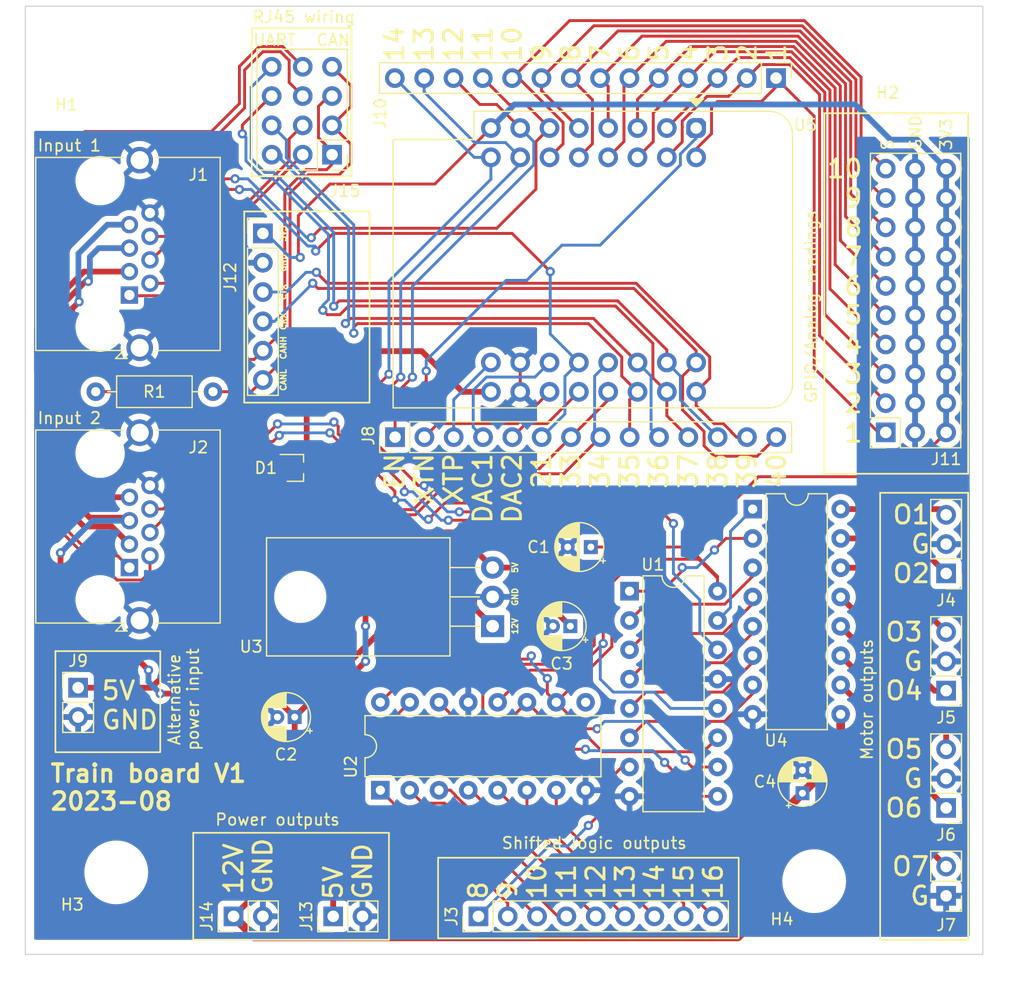
<source format=kicad_pcb>
(kicad_pcb (version 20211014) (generator pcbnew)
  (layers (0 "F.Cu" signal) (31 "B.Cu" signal) (34 "B.Paste" user) (35 "F.Paste" user) (36 "B.SilkS" user "B.Silkscreen") (37 "F.SilkS" user "F.Silkscreen") (38 "B.Mask" user) (39 "F.Mask" user) (44 "Edge.Cuts" user))
  (net 0 "")
  (net 1 "+3V3")
  (net 2 "GND")
  (net 3 "+5V")
  (net 4 "Net-(D1-Pad3)")
  (net 5 "/RJ1_SERIAL_TX")
  (net 6 "/RJ1_SERIAL_RX")
  (net 7 "/RJ1_RAIL_L")
  (net 8 "/RJ1_RAIL_R")
  (net 9 "+12V")
  (net 10 "/RJ1_D1")
  (net 11 "/RJ1_D2")
  (net 12 "/RJ2_SERIAL_TX")
  (net 13 "/RJ2_SERIAL_RX")
  (net 14 "/RJ2_D1")
  (net 15 "/RJ2_D2")
  (net 16 "Net-(J4-Pad1)")
  (net 17 "Net-(J4-Pad3)")
  (net 18 "Net-(J5-Pad1)")
  (net 19 "Net-(J5-Pad3)")
  (net 20 "Net-(J6-Pad1)")
  (net 21 "Net-(J6-Pad3)")
  (net 22 "Net-(J7-Pad2)")
  (net 23 "Net-(J10-Pad1)")
  (net 24 "Net-(J10-Pad2)")
  (net 25 "Net-(J10-Pad3)")
  (net 26 "Net-(J10-Pad4)")
  (net 27 "Net-(J10-Pad5)")
  (net 28 "Net-(J10-Pad6)")
  (net 29 "Net-(J10-Pad7)")
  (net 30 "Net-(J10-Pad8)")
  (net 31 "Net-(J10-Pad9)")
  (net 32 "Net-(J10-Pad10)")
  (net 33 "/CTX")
  (net 34 "/CRX")
  (net 35 "/CANH")
  (net 36 "/CANL")
  (net 37 "/U1RXD")
  (net 38 "/U1TXD")
  (net 39 "Net-(U1-Pad1)")
  (net 40 "Net-(U1-Pad2)")
  (net 41 "Net-(U1-Pad3)")
  (net 42 "Net-(U1-Pad4)")
  (net 43 "Net-(U1-Pad5)")
  (net 44 "Net-(U1-Pad6)")
  (net 45 "Net-(J3-Pad1)")
  (net 46 "Net-(U1-Pad9)")
  (net 47 "/SR_CLOCK_IN")
  (net 48 "/STORAGE_REG_CLOCK_IN")
  (net 49 "/SERIAL_DATA_INPUT")
  (net 50 "Net-(U1-Pad15)")
  (net 51 "Net-(J3-Pad3)")
  (net 52 "Net-(J3-Pad4)")
  (net 53 "Net-(J3-Pad5)")
  (net 54 "Net-(J3-Pad6)")
  (net 55 "Net-(J3-Pad7)")
  (net 56 "Net-(J3-Pad8)")
  (net 57 "Net-(J3-Pad9)")
  (net 59 "Net-(J3-Pad2)")
  (net 60 "Net-(J8-Pad1)")
  (net 61 "Net-(J8-Pad2)")
  (net 62 "Net-(J8-Pad3)")
  (net 63 "Net-(J8-Pad4)")
  (net 64 "Net-(J8-Pad5)")
  (net 65 "/U0RXD")
  (net 66 "/U0TXD")
  (net 67 "Net-(D1-Pad1)")
  (footprint "Connector_PinHeader_2.54mm:PinHeader_1x02_P2.54mm_Vertical" (layer "F.Cu") (at 127 91.44 180)
    (fp_text reference "J7")
    (fp_text value "Conn_01x02_Male")
  )
  (footprint "Connector_PinHeader_2.54mm:PinHeader_1x14_P2.54mm_Vertical" (layer "F.Cu") (at 112.268 20.574 -90)
    (fp_text reference "J10")
    (fp_text value "Conn_01x14_Male")
  )
  (footprint "Connector_RJ:RJ45_Amphenol_RJHSE5380" (layer "F.Cu") (at 56.259 62.996 90)
    (fp_text reference "J2")
    (fp_text value "RJ45_Shielded")
  )
  (footprint "Connector_PinHeader_2.54mm:PinHeader_1x03_P2.54mm_Vertical" (layer "F.Cu") (at 127 73.66 180)
    (fp_text reference "J5")
    (fp_text value "Conn_01x03_Male")
  )
  (footprint "Capacitor_THT:CP_Radial_D4.0mm_P1.50mm" (layer "F.Cu") (at 70.5726 75.946 180)
    (fp_text reference "C2")
    (fp_text value "0.33uF")
  )
  (footprint "Connector_RJ:RJ45_Amphenol_RJHSE5380" (layer "F.Cu") (at 56.259 39.374 90)
    (fp_text reference "J1")
    (fp_text value "RJ45_Shielded")
  )
  (footprint "Package_DIP:DIP-16_W7.62mm" (layer "F.Cu") (at 77.993 82.286 90)
    (fp_text reference "U2")
    (fp_text value "74HC595")
  )
  (footprint "Connector_PinHeader_2.54mm:PinHeader_1x02_P2.54mm_Vertical" (layer "F.Cu") (at 51.816 73.406)
    (fp_text reference "J9")
    (fp_text value "Conn_01x02_Male")
  )
  (footprint "MountingHole:MountingHole_4.5mm" (layer "F.Cu") (at 53.848 20.066)
    (fp_text reference "H1")
    (fp_text value "MountingHole")
  )
  (footprint "Connector_PinHeader_2.54mm:PinHeader_1x03_P2.54mm_Vertical" (layer "F.Cu") (at 127 63.5 180)
    (fp_text reference "J4")
    (fp_text value "Conn_01x03_Male")
  )
  (footprint "Package_TO_SOT_SMD:SOT-323_SC-70" (layer "F.Cu") (at 70.612 54.356)
    (fp_text reference "D1")
    (fp_text value "BAT54CW")
  )
  (footprint "Connector_PinHeader_2.54mm:PinHeader_1x09_P2.54mm_Vertical" (layer "F.Cu") (at 86.487 93.218 90)
    (fp_text reference "J3")
    (fp_text value "Conn_01x09_Male")
  )
  (footprint "Connector_PinHeader_2.54mm:PinHeader_1x02_P2.54mm_Vertical" (layer "F.Cu") (at 73.909 93.218 90)
    (fp_text reference "J13")
    (fp_text value "Conn_01x02_Male")
  )
  (footprint "Connector_PinHeader_2.54mm:PinHeader_1x03_P2.54mm_Vertical" (layer "F.Cu") (at 127 83.82 180)
    (fp_text reference "J6")
    (fp_text value "Conn_01x03_Male")
  )
  (footprint "NScaleESP32 Footprints:PinHeader_3x10_P2.54mm_Vertical" (layer "F.Cu") (at 121.77 29.845)
    (fp_text reference "J11")
    (fp_text value "Conn_01x10_Male")
  )
  (footprint "Capacitor_THT:CP_Radial_D4.0mm_P1.50mm" (layer "F.Cu") (at 94.4486 68.072 180)
    (fp_text reference "C3")
    (fp_text value "0.1uF")
  )
  (footprint "Resistor_THT:R_Axial_DIN0207_L6.3mm_D2.5mm_P10.16mm_Horizontal" (layer "F.Cu") (at 53.34 47.752)
    (fp_text reference "R1")
    (fp_text value "120 ohm")
  )
  (footprint "Connector_PinHeader_2.54mm:PinHeader_1x06_P2.54mm_Vertical" (layer "F.Cu") (at 67.818 34.036)
    (fp_text reference "J12")
    (fp_text value "Conn_01x06_Male")
  )
  (footprint "Connector_PinHeader_2.54mm:PinHeader_1x14_P2.54mm_Vertical" (layer "F.Cu") (at 79.268 51.689 90)
    (fp_text reference "J8")
    (fp_text value "Conn_01x14_Male")
  )
  (footprint "Capacitor_THT:CP_Radial_D4.0mm_P2.00mm" (layer "F.Cu") (at 96.2226 61.214 180)
    (fp_text reference "C1")
    (fp_text value "10-100uF")
  )
  (footprint "Package_TO_SOT_THT:TO-220-3_Horizontal_TabDown" (layer "F.Cu") (at 87.716 68.072 90)
    (fp_text reference "U3")
    (fp_text value "L7805")
  )
  (footprint "Connector_PinHeader_2.54mm:PinHeader_1x02_P2.54mm_Vertical" (layer "F.Cu") (at 65.278 93.218 90)
    (fp_text reference "J14")
    (fp_text value "Conn_01x02_Male")
  )
  (footprint "MountingHole:MountingHole_4.5mm" (layer "F.Cu") (at 124.968 19.558)
    (fp_text reference "H2")
    (fp_text value "MountingHole")
  )
  (footprint "Package_DIP:DIP-16_W7.62mm" (layer "F.Cu") (at 99.578 65.039)
    (fp_text reference "U1")
    (fp_text value "74HC595")
  )
  (footprint "Capacitor_THT:CP_Radial_D4.0mm_P2.00mm" (layer "F.Cu") (at 114.554 82.55 90)
    (fp_text reference "C4")
    (fp_text value "100uF")
  )
  (footprint "NScaleESP32 Footprints:WEMOS_S2_mini" (layer "F.Cu") (at 105.348 24.9015 -90)
    (fp_text reference "U5")
    (fp_text value "WeMos_S2_mini")
  )
  (footprint "NScaleESP32 Footprints:PinHeader_3x4_P2.54mm_Vertical" (layer "F.Cu") (at 73.81 27.2118 180)
    (fp_text reference "J15")
    (fp_text value "Conn_03x04_Male")
  )
  (footprint "Package_DIP:DIP-16_W7.62mm" (layer "F.Cu") (at 110.246 57.927)
    (fp_text reference "U4")
    (fp_text value "ULN2003")
  )
  (footprint "MountingHole:MountingHole_4.5mm" (layer "F.Cu") (at 55.118 89.408)
    (fp_text reference "H3")
    (fp_text value "MountingHole")
  )
  (footprint "MountingHole:MountingHole_4.5mm" (layer "F.Cu") (at 115.57 90.17)
    (fp_text reference "H4")
    (fp_text value "MountingHole")
  )
  (gr_rect (start 49.8475 78.994) (end 58.928 70.231) (layer "F.SilkS") (width 0.15) (fill none))
  (gr_rect (start 116.459 23.622) (end 128.905 54.864) (layer "F.SilkS") (width 0.15) (fill none))
  (gr_rect (start 66.2005 48.701) (end 77.0555 32.131) (layer "F.SilkS") (width 0.15) (fill none))
  (gr_rect (start 121.285 56.515) (end 128.905 95.25) (layer "F.SilkS") (width 0.15) (fill none))
  (gr_rect (start 75.4864 16.256) (end 66.8504 29.083) (layer "F.SilkS") (width 0.15) (fill none))
  (gr_rect (start 82.9945 95.123) (end 109.0295 88.138) (layer "F.SilkS") (width 0.15) (fill none))
  (gr_rect (start 61.7855 95.25) (end 78.74 85.979) (layer "F.SilkS") (width 0.15) (fill none))
  (gr_rect (start 47.244 14.351) (end 130.175 96.52) (layer "Edge.Cuts") (width 0.1) (fill none))
  (gr_text "10\n9\n8\n7\n6\n5\n4\n3\n2\n1" (at 119.888 39.878) (layer "F.SilkS") (effects (font (size 1.58 1.58) (thickness 0.25)) (justify right)))
  (gr_text "3V3" (at 69.596 34.036 90) (layer "F.SilkS") (effects (font (size 0.5 0.5) (thickness 0.125))))
  (gr_text "O5\nG\nO6" (at 125.095 81.28) (layer "F.SilkS") (effects (font (size 1.58 1.58) (thickness 0.25)) (justify right)))
  (gr_text "Input 1" (at 51.054 26.416) (layer "F.SilkS") (effects (font (size 1 1))))
  (gr_text "Shifted logic outputs" (at 96.52 86.868) (layer "F.SilkS") (effects (font (size 1 1))))
  (gr_text "CANL" (at 69.596 46.736 90) (layer "F.SilkS") (effects (font (size 0.5 0.5) (thickness 0.125))))
  (gr_text "5V" (at 89.662 62.992 90) (layer "F.SilkS") (effects (font (size 0.5 0.5) (thickness 0.125))))
  (gr_text "GND" (at 89.662 65.532 90) (layer "F.SilkS") (effects (font (size 0.5 0.5) (thickness 0.125))))
  (gr_text "Input 2" (at 51.054 50.038) (layer "F.SilkS") (effects (font (size 1 1))))
  (gr_text "CAN" (at 73.914 17.272) (layer "F.SilkS") (effects (font (size 1 1))))
  (gr_text "O3\nG\nO4" (at 125.095 71.12) (layer "F.SilkS") (effects (font (size 1.58 1.58) (thickness 0.25)) (justify right)))
  (gr_text "3V3" (at 127 26.924 90) (layer "F.SilkS") (effects (font (size 1 1)) (justify left)))
  (gr_text "5V\nGND" (at 75.179 91.888 90) (layer "F.SilkS") (effects (font (size 1.58 1.58) (thickness 0.25)) (justify left)))
  (gr_text "Power outputs" (at 69.088 84.836) (layer "F.SilkS") (effects (font (size 1 1))))
  (gr_text "Alternative\npower input" (at 60.96 74.422 90) (layer "F.SilkS") (effects (font (size 1 1))))
  (gr_text "UART" (at 68.834 17.272) (layer "F.SilkS") (effects (font (size 1 1))))
  (gr_text "8\n9\n10\n11\n12\n13\n14\n15\n16" (at 96.647 91.888 90) (layer "F.SilkS") (effects (font (size 1.58 1.58) (thickness 0.25)) (justify left)))
  (gr_text "CANH" (at 69.596 43.942 90) (layer "F.SilkS") (effects (font (size 0.5 0.5) (thickness 0.125))))
  (gr_text "GPIO/Analog readings" (at 115.316 40.386 90) (layer "F.SilkS") (effects (font (size 1 1))))
  (gr_text "O7\nG" (at 125.67 90.17) (layer "F.SilkS") (effects (font (size 1.58 1.58) (thickness 0.25)) (justify right)))
  (gr_text "CTX" (at 69.596 39.116 90) (layer "F.SilkS") (effects (font (size 0.5 0.5) (thickness 0.125))))
  (gr_text "12V" (at 89.662 68.072 90) (layer "F.SilkS") (effects (font (size 0.5 0.5) (thickness 0.125))))
  (gr_text "Motor outputs" (at 120.142 74.422 90) (layer "F.SilkS") (effects (font (size 1 1))))
  (gr_text "S" (at 121.92 26.924 90) (layer "F.SilkS") (effects (font (size 1 1)) (justify left)))
  (gr_text "14\n13\n12\n11\n10\n9\n8\n7\n6\n5\n4\n3\n2\n1" (at 95.768 19.304 90) (layer "F.SilkS") (effects (font (size 1.58 1.58) (thickness 0.25)) (justify left)))
  (gr_text "CRX" (at 69.596 41.656 90) (layer "F.SilkS") (effects (font (size 0.5 0.5) (thickness 0.125))))
  (gr_text "O1\nG\nO2" (at 125.73 60.96) (layer "F.SilkS") (effects (font (size 1.58 1.58) (thickness 0.25)) (justify right)))
  (gr_text "GND" (at 69.596 36.576 90) (layer "F.SilkS") (effects (font (size 0.5 0.5) (thickness 0.125))))
  (gr_text "RJ45 wiring" (at 71.374 15.2738) (layer "F.SilkS") (effects (font (size 1 1))))
  (gr_text "Train board V1\n2023-08" (at 49.276 82.042) (layer "F.SilkS") (effects (font (size 1.5 1.5) (thickness 0.3)) (justify left)))
  (gr_text "5V\nGND" (at 53.721 74.93) (layer "F.SilkS") (effects (font (size 1.58 1.58) (thickness 0.25)) (justify left)))
  (gr_text "EN\nXTN\nXTP\nDAC1\nDAC2\n21\n33\n34\n35\n36\n37\n38\n39\n40" (at 95.768 52.959 90) (layer "F.SilkS") (effects (font (size 1.58 1.58) (thickness 0.25)) (justify right)))
  (gr_text "12V\nGND" (at 66.548 91.44 90) (layer "F.SilkS") (effects (font (size 1.58 1.58) (thickness 0.25)) (justify left)))
  (gr_text "GND" (at 124.355 26.924 90) (layer "F.SilkS") (effects (font (size 1 1)) (justify left)))
  (segment (start 90.791077 70.92448) (end 81.73452 70.92448) (width 0.25) (layer "F.Cu") (net 1))
  (segment (start 70.892359 35.956419) (end 70.892359 32.485641) (width 0.25) (layer "F.Cu") (net 1))
  (segment (start 81.73452 70.92448) (end 77.993 74.666) (width 0.25) (layer "F.Cu") (net 1))
  (segment (start 105.557859 62.267489) (end 100.100489 62.267489) (width 0.25) (layer "F.Cu") (net 1))
  (segment (start 110.744 55.118) (end 123.1646 55.118) (width 0.25) (layer "F.Cu") (net 1))
  (segment (start 92.456 73.889) (end 93.233 74.666) (width 0.25) (layer "F.Cu") (net 1))
  (segment (start 107.198 63.764) (end 104.648 61.214) (width 0.25) (layer "F.Cu") (net 1))
  (segment (start 123.1646 55.118) (end 127 51.2826) (width 0.25) (layer "F.Cu") (net 1))
  (segment (start 104.991989 80.279) (end 104.394 79.681011) (width 0.25) (layer "F.Cu") (net 1))
  (segment (start 73.622511 29.755489) (end 82.714011 29.755489) (width 0.25) (layer "F.Cu") (net 1))
  (segment (start 107.198 65.039) (end 107.198 63.764) (width 0.25) (layer "F.Cu") (net 1))
  (segment (start 82.714011 29.755489) (end 87.568 24.9015) (width 0.25) (layer "F.Cu") (net 1))
  (segment (start 91.066057 70.6495) (end 90.791077 70.92448) (width 0.25) (layer "F.Cu") (net 1))
  (segment (start 70.892359 32.485641) (end 73.622511 29.755489) (width 0.25) (layer "F.Cu") (net 1))
  (segment (start 98.044 69.85) (end 93.233 74.661) (width 0.25) (layer "F.Cu") (net 1))
  (segment (start 100.100489 62.267489) (end 98.044 64.323978) (width 0.25) (layer "F.Cu") (net 1))
  (segment (start 71.050364 36.114424) (end 70.892359 35.956419) (width 0.25) (layer "F.Cu") (net 1))
  (segment (start 104.648 61.214) (end 96.2226 61.214) (width 0.25) (layer "F.Cu") (net 1))
  (segment (start 95.529 76.962) (end 93.233 74.666) (width 0.25) (layer "F.Cu") (net 1))
  (segment (start 98.044 64.323978) (end 98.044 69.85) (width 0.25) (layer "F.Cu") (net 1))
  (segment (start 92.456 72.6065) (end 92.456 73.889) (width 0.25) (layer "F.Cu") (net 1))
  (segment (start 107.198 80.279) (end 104.991989 80.279) (width 0.25) (layer "F.Cu") (net 1))
  (segment (start 93.233 74.661) (end 93.233 74.666) (width 0.25) (layer "F.Cu") (net 1))
  (segment (start 96.774 76.962) (end 95.529 76.962) (width 0.25) (layer "F.Cu") (net 1))
  (segment (start 107.198 63.90763) (end 105.557859 62.267489) (width 0.25) (layer "F.Cu") (net 1))
  (segment (start 104.648 61.214) (end 110.744 55.118) (width 0.25) (layer "F.Cu") (net 1))
  (via (at 71.050364 36.114424) (size 0.8) (drill 0.4) (layers "F.Cu" "B.Cu") (net 1))
  (via (at 91.066057 70.6495) (size 0.8) (drill 0.4) (layers "F.Cu" "B.Cu") (net 1))
  (via (at 104.394 79.681011) (size 0.8) (drill 0.4) (layers "F.Cu" "B.Cu") (net 1))
  (via (at 92.456 72.6065) (size 0.8) (drill 0.4) (layers "F.Cu" "B.Cu") (net 1))
  (via (at 96.774 76.962) (size 0.8) (drill 0.4) (layers "F.Cu" "B.Cu") (net 1))
  (segment (start 124.4854 25.908) (end 127 28.4226) (width 0.5) (layer "B.Cu") (net 1))
  (segment (start 68.098359 34.036) (end 67.818 34.036) (width 0.25) (layer "B.Cu") (net 1))
  (segment (start 101.0365 76.323511) (end 97.412489 76.323511) (width 0.25) (layer "B.Cu") (net 1))
  (segment (start 91.066057 71.216557) (end 91.066057 70.6495) (width 0.25) (layer "B.Cu") (net 1))
  (segment (start 97.412489 76.323511) (end 96.774 76.962) (width 0.25) (layer "B.Cu") (net 1))
  (segment (start 119.126 22.86) (end 122.174 25.908) (width 0.5) (layer "B.Cu") (net 1))
  (segment (start 92.456 72.6065) (end 91.066057 71.216557) (width 0.25) (layer "B.Cu") (net 1))
  (segment (start 104.394 79.681011) (end 101.0365 76.323511) (width 0.25) (layer "B.Cu") (net 1))
  (segment (start 71.050364 36.114424) (end 70.176783 36.114424) (width 0.25) (layer "B.Cu") (net 1))
  (segment (start 89.6095 22.86) (end 119.126 22.86) (width 0.5) (layer "B.Cu") (net 1))
  (segment (start 87.568 24.9015) (end 89.6095 22.86) (width 0.5) (layer "B.Cu") (net 1))
  (segment (start 70.176783 36.114424) (end 68.098359 34.036) (width 0.25) (layer "B.Cu") (net 1))
  (segment (start 122.174 25.908) (end 124.4854 25.908) (width 0.5) (layer "B.Cu") (net 1))
  (segment (start 127 28.4226) (end 127 51.2826) (width 0.5) (layer "B.Cu") (net 1))
  (segment (start 90.108 47.7615) (end 90.108 45.2215) (width 0.25) (layer "F.Cu") (net 2))
  (segment (start 89.3686 62.992) (end 94.4486 68.072) (width 0.5) (layer "F.Cu") (net 3))
  (segment (start 76.708 71.12) (end 73.909 73.919) (width 0.5) (layer "F.Cu") (net 3))
  (segment (start 87.716 62.992) (end 89.3686 62.992) (width 0.5) (layer "F.Cu") (net 3))
  (segment (start 69.612 55.006) (end 76.708 62.102) (width 0.5) (layer "F.Cu") (net 3))
  (segment (start 73.909 73.919) (end 73.909 93.218) (width 0.5) (layer "F.Cu") (net 3))
  (segment (start 76.708 68.072) (end 76.708 62.102) (width 0.5) (layer "F.Cu") (net 3))
  (segment (start 84.668 59.944) (end 87.716 62.992) (width 0.5) (layer "F.Cu") (net 3))
  (segment (start 74.55 59.944) (end 84.668 59.944) (width 0.5) (layer "F.Cu") (net 3))
  (via (at 76.708 68.072) (size 0.8) (drill 0.4) (layers "F.Cu" "B.Cu") (net 3))
  (via (at 76.708 71.12) (size 0.8) (drill 0.4) (layers "F.Cu" "B.Cu") (net 3))
  (segment (start 76.708 71.12) (end 76.708 68.072) (width 0.5) (layer "B.Cu") (net 3))
  (segment (start 85.0995 47.7615) (end 81.576356 44.238356) (width 0.5) (layer "F.Cu") (net 4))
  (segment (start 87.568 47.7615) (end 85.0995 47.7615) (width 0.5) (layer "F.Cu") (net 4))
  (segment (start 71.612 54.356) (end 71.612 47.006) (width 0.5) (layer "F.Cu") (net 4))
  (segment (start 81.576356 44.238356) (end 74.379644 44.238356) (width 0.5) (layer "F.Cu") (net 4))
  (segment (start 71.612 47.006) (end 74.379644 44.238356) (width 0.5) (layer "F.Cu") (net 4))
  (segment (start 56.259 39.374) (end 56.317511 39.432511) (width 0.25) (layer "F.Cu") (net 5))
  (segment (start 56.317511 39.432511) (end 59.049289 39.432511) (width 0.25) (layer "F.Cu") (net 5))
  (segment (start 59.049289 39.432511) (end 71.27 27.2118) (width 0.25) (layer "F.Cu") (net 5))
  (segment (start 59.488082 38.358) (end 70.121636 27.724446) (width 0.25) (layer "F.Cu") (net 6))
  (segment (start 70.095489 25.846311) (end 71.27 24.6718) (width 0.25) (layer "F.Cu") (net 6))
  (segment (start 70.121636 27.724446) (end 70.095489 27.698299) (width 0.25) (layer "F.Cu") (net 6))
  (segment (start 70.095489 27.698299) (end 70.095489 25.846311) (width 0.25) (layer "F.Cu") (net 6))
  (segment (start 58.039 38.358) (end 59.488082 38.358) (width 0.25) (layer "F.Cu") (net 6))
  (segment (start 52.32 37.342) (end 56.259 37.342) (width 0.5) (layer "F.Cu") (net 7))
  (segment (start 49.908961 57.020961) (end 49.908961 39.753039) (width 0.5) (layer "F.Cu") (net 7))
  (segment (start 52.324 59.436) (end 49.908961 57.020961) (width 0.5) (layer "F.Cu") (net 7))
  (segment (start 56.259 60.964) (end 54.731 59.436) (width 0.5) (layer "F.Cu") (net 7))
  (segment (start 54.731 59.436) (end 52.324 59.436) (width 0.5) (layer "F.Cu") (net 7))
  (segment (start 49.908961 39.753039) (end 52.32 37.342) (width 0.5) (layer "F.Cu") (net 7))
  (segment (start 56.259 56.9) (end 52.328 56.9) (width 0.5) (layer "F.Cu") (net 8))
  (segment (start 51.308 40.544646) (end 51.895323 39.957323) (width 0.5) (layer "F.Cu") (net 8))
  (segment (start 52.328 56.9) (end 51.308 55.88) (width 0.5) (layer "F.Cu") (net 8))
  (segment (start 51.308 55.88) (end 51.308 40.544646) (width 0.5) (layer "F.Cu") (net 8))
  (via (at 51.895323 39.957323) (size 0.8) (drill 0.4) (layers "F.Cu" "B.Cu") (net 8))
  (segment (start 51.842124 35.787876) (end 54.352 33.278) (width 0.5) (layer "B.Cu") (net 8))
  (segment (start 51.895323 39.957323) (end 51.842124 39.904124) (width 0.5) (layer "B.Cu") (net 8))
  (segment (start 51.842124 39.904124) (end 51.842124 35.787876) (width 0.5) (layer "B.Cu") (net 8))
  (segment (start 54.352 33.278) (end 56.259 33.278) (width 0.5) (layer "B.Cu") (net 8))
  (segment (start 117.866 79.238) (end 117.866 75.707) (width 0.75) (layer "F.Cu") (net 9))
  (segment (start 114.554 82.55) (end 117.866 79.238) (width 0.75) (layer "F.Cu") (net 9))
  (segment (start 110.236 86.868) (end 110.236 93.726) (width 0.75) (layer "F.Cu") (net 9))
  (segment (start 56.259 58.932) (end 56.001 58.674) (width 0.5) (layer "F.Cu") (net 9))
  (segment (start 56.001 58.674) (end 52.832 58.674) (width 0.5) (layer "F.Cu") (net 9))
  (segment (start 108.966 94.996) (end 67.056 94.996) (width 0.75) (layer "F.Cu") (net 9))
  (segment (start 70.5726 75.946) (end 77.978 68.5406) (width 0.5) (layer "F.Cu") (net 9))
  (segment (start 50.292 67.31) (end 50.292 61.722) (width 0.5) (layer "F.Cu") (net 9))
  (segment (start 70.5726 75.946) (end 70.5726 87.9234) (width 0.5) (layer "F.Cu") (net 9))
  (segment (start 77.978 64.313413) (end 79.929236 62.362177) (width 0.5) (layer "F.Cu") (net 9))
  (segment (start 79.929236 62.362177) (end 82.682192 62.362177) (width 0.5) (layer "F.Cu") (net 9))
  (segment (start 52.832 58.674) (end 50.60848 56.45048) (width 0.5) (layer "F.Cu") (net 9))
  (segment (start 53.594 70.612) (end 50.292 67.31) (width 0.5) (layer "F.Cu") (net 9))
  (segment (start 110.236 93.726) (end 108.966 94.996) (width 0.75) (layer "F.Cu") (net 9))
  (segment (start 86.106 65.785985) (end 86.106 66.462) (width 0.5) (layer "F.Cu") (net 9))
  (segment (start 50.60848 56.45048) (end 50.60848 40.04279) (width 0.5) (layer "F.Cu") (net 9))
  (segment (start 70.5726 87.9234) (end 65.278 93.218) (width 0.5) (layer "F.Cu") (net 9))
  (segment (start 52.45977 38.1915) (end 52.691635 38.1915) (width 0.5) (layer "F.Cu") (net 9))
  (segment (start 58.928 73.914) (end 68.5406 73.914) (width 0.5) (layer "F.Cu") (net 9))
  (segment (start 114.554 82.55) (end 110.236 86.868) (width 0.75) (layer "F.Cu") (net 9))
  (segment (start 50.60848 40.04279) (end 52.45977 38.1915) (width 0.5) (layer "F.Cu") (net 9))
  (segment (start 77.978 68.5406) (end 77.978 64.313413) (width 0.5) (layer "F.Cu") (net 9))
  (segment (start 86.106 66.462) (end 87.716 68.072) (width 0.5) (layer "F.Cu") (net 9))
  (segment (start 67.056 94.996) (end 65.278 93.218) (width 0.75) (layer "F.Cu") (net 9))
  (segment (start 68.5406 73.914) (end 70.5726 75.946) (width 0.5) (layer "F.Cu") (net 9))
  (segment (start 56.642 70.612) (end 53.594 70.612) (width 0.5) (layer "F.Cu") (net 9))
  (segment (start 82.682192 62.362177) (end 86.106 65.785985) (width 0.5) (layer "F.Cu") (net 9))
  (segment (start 57.912 71.882) (end 56.642 70.612) (width 0.5) (layer "F.Cu") (net 9))
  (via (at 52.691635 38.1915) (size 0.8) (drill 0.4) (layers "F.Cu" "B.Cu") (net 9))
  (via (at 58.928 73.914) (size 0.8) (drill 0.4) (layers "F.Cu" "B.Cu") (net 9))
  (via (at 50.292 61.722) (size 0.8) (drill 0.4) (layers "F.Cu" "B.Cu") (net 9))
  (via (at 57.912 71.882) (size 0.8) (drill 0.4) (layers "F.Cu" "B.Cu") (net 9))
  (segment (start 53.59 35.31) (end 56.259 35.31) (width 0.5) (layer "B.Cu") (net 9))
  (segment (start 57.912 71.882) (end 57.912 72.898) (width 0.5) (layer "B.Cu") (net 9))
  (segment (start 57.912 72.898) (end 58.928 73.914) (width 0.5) (layer "B.Cu") (net 9))
  (segment (start 52.832 36.068) (end 53.59 35.31) (width 0.5) (layer "B.Cu") (net 9))
  (segment (start 53.082 58.932) (end 50.292 61.722) (width 0.5) (layer "B.Cu") (net 9))
  (segment (start 52.691635 38.1915) (end 52.832 38.051135) (width 0.5) (layer "B.Cu") (net 9))
  (segment (start 56.259 58.932) (end 53.082 58.932) (width 0.5) (layer "B.Cu") (net 9))
  (segment (start 52.832 38.051135) (end 52.832 36.068) (width 0.5) (layer "B.Cu") (net 9))
  (segment (start 59.558282 34.294) (end 58.039 34.294) (width 0.25) (layer "F.Cu") (net 10))
  (segment (start 92.648 24.9015) (end 91.473489 26.076011) (width 0.25) (layer "F.Cu") (net 10))
  (segment (start 64.549701 29.302581) (end 59.558282 34.294) (width 0.25) (layer "F.Cu") (net 10))
  (segment (start 91.473489 26.076011) (end 91.473489 30.192511) (width 0.25) (layer "F.Cu") (net 10))
  (segment (start 92.648 24.9015) (end 90.6065 22.86) (width 0.25) (layer "F.Cu") (net 10))
  (segment (start 90.6065 22.86) (end 89.154 22.86) (width 0.25) (layer "F.Cu") (net 10))
  (segment (start 72.830922 33.58648) (end 72.009 34.408402) (width 0.25) (layer "F.Cu") (net 10))
  (segment (start 89.154 22.86) (end 86.868 20.574) (width 0.25) (layer "F.Cu") (net 10))
  (segment (start 91.473489 30.192511) (end 88.07952 33.58648) (width 0.25) (layer "F.Cu") (net 10))
  (segment (start 65.403506 29.302581) (end 64.549701 29.302581) (width 0.25) (layer "F.Cu") (net 10))
  (segment (start 88.07952 33.58648) (end 72.830922 33.58648) (width 0.25) (layer "F.Cu") (net 10))
  (via (at 72.009 34.408402) (size 0.8) (drill 0.4) (layers "F.Cu" "B.Cu") (net 10))
  (via (at 65.403506 29.302581) (size 0.8) (drill 0.4) (layers "F.Cu" "B.Cu") (net 10))
  (segment (start 66.514299 29.302581) (end 65.403506 29.302581) (width 0.25) (layer "B.Cu") (net 10))
  (segment (start 71.62012 34.408402) (end 66.514299 29.302581) (width 0.25) (layer "B.Cu") (net 10))
  (segment (start 72.009 34.408402) (end 71.62012 34.408402) (width 0.25) (layer "B.Cu") (net 10))
  (segment (start 72.39 35.56) (end 73.914 34.036) (width 0.25) (layer "F.Cu") (net 11))
  (segment (start 89.408 34.036) (end 92.71 37.338) (width 0.25) (layer "F.Cu") (net 11))
  (segment (start 64.262 30.226) (end 58.162 36.326) (width 0.25) (layer "F.Cu") (net 11))
  (segment (start 58.162 36.326) (end 58.039 36.326) (width 0.25) (layer "F.Cu") (net 11))
  (segment (start 73.914 34.036) (end 89.408 34.036) (width 0.25) (layer "F.Cu") (net 11))
  (segment (start 65.786 30.226) (end 64.262 30.226) (width 0.25) (layer "F.Cu") (net 11))
  (via (at 65.786 30.226) (size 0.8) (drill 0.4) (layers "F.Cu" "B.Cu") (net 11))
  (via (at 92.71 37.338) (size 0.8) (drill 0.4) (layers "F.Cu" "B.Cu") (net 11))
  (via (at 72.39 35.56) (size 0.8) (drill 0.4) (layers "F.Cu" "B.Cu") (net 11))
  (segment (start 72.309103 35.132913) (end 71.708913 35.132913) (width 0.25) (layer "B.Cu") (net 11))
  (segment (start 91.968 51.689) (end 93.98 49.677) (width 0.25) (layer "B.Cu") (net 11))
  (segment (start 66.802 30.226) (end 65.786 30.226) (width 0.25) (layer "B.Cu") (net 11))
  (segment (start 95.188 45.2215) (end 92.71 42.7435) (width 0.25) (layer "B.Cu") (net 11))
  (segment (start 93.98 46.4295) (end 95.188 45.2215) (width 0.25) (layer "B.Cu") (net 11))
  (segment (start 93.98 49.677) (end 93.98 46.4295) (width 0.25) (layer "B.Cu") (net 11))
  (segment (start 72.39 35.21381) (end 72.309103 35.132913) (width 0.25) (layer "B.Cu") (net 11))
  (segment (start 92.71 42.7435) (end 92.71 37.338) (width 0.25) (layer "B.Cu") (net 11))
  (segment (start 72.39 35.56) (end 72.39 35.21381) (width 0.25) (layer "B.Cu") (net 11))
  (segment (start 71.708913 35.132913) (end 66.802 30.226) (width 0.25) (layer "B.Cu") (net 11))
  (segment (start 53.076679 61.976) (end 55.239 61.976) (width 0.25) (layer "F.Cu") (net 12))
  (segment (start 71.27 22.1318) (end 70.095489 20.957289) (width 0.25) (layer "F.Cu") (net 12))
  (segment (start 63.745386 25.654) (end 52.578 25.654) (width 0.25) (layer "F.Cu") (net 12))
  (segment (start 49.022 57.921321) (end 53.076679 61.976) (width 0.25) (layer "F.Cu") (net 12))
  (segment (start 52.578 25.654) (end 49.022 29.21) (width 0.25) (layer "F.Cu") (net 12))
  (segment (start 66.23552 19.87048) (end 66.23552 23.163866) (width 0.25) (layer "F.Cu") (net 12))
  (segment (start 67.818 18.288) (end 66.23552 19.87048) (width 0.25) (layer "F.Cu") (net 12))
  (segment (start 70.095489 20.957289) (end 70.095489 19.041489) (width 0.25) (layer "F.Cu") (net 12))
  (segment (start 69.342 18.288) (end 67.818 18.288) (width 0.25) (layer "F.Cu") (net 12))
  (segment (start 66.23552 23.163866) (end 63.745386 25.654) (width 0.25) (layer "F.Cu") (net 12))
  (segment (start 70.095489 19.041489) (end 69.342 18.288) (width 0.25) (layer "F.Cu") (net 12))
  (segment (start 55.239 61.976) (end 56.259 62.996) (width 0.25) (layer "F.Cu") (net 12))
  (segment (start 49.022 29.21) (end 49.022 57.921321) (width 0.25) (layer "F.Cu") (net 12))
  (segment (start 48.57248 29.023803) (end 48.57248 58.107519) (width 0.25) (layer "F.Cu") (net 13))
  (segment (start 55.184489 64.070511) (end 57.333511 64.070511) (width 0.25) (layer "F.Cu") (net 13))
  (segment (start 71.27 19.5918) (end 71.27 19.580283) (width 0.25) (layer "F.Cu") (net 13))
  (segment (start 65.786 19.558) (end 65.786 22.781643) (width 0.25) (layer "F.Cu") (net 13))
  (segment (start 71.27 19.580283) (end 69.528197 17.83848) (width 0.25) (layer "F.Cu") (net 13))
  (segment (start 69.528197 17.83848) (end 67.50552 17.83848) (width 0.25) (layer "F.Cu") (net 13))
  (segment (start 48.57248 58.107519) (end 53.124094 62.659134) (width 0.25) (layer "F.Cu") (net 13))
  (segment (start 58.039 63.365022) (end 58.039 61.98) (width 0.25) (layer "F.Cu") (net 13))
  (segment (start 52.391802 25.20448) (end 48.57248 29.023803) (width 0.25) (layer "F.Cu") (net 13))
  (segment (start 67.50552 17.83848) (end 65.786 19.558) (width 0.25) (layer "F.Cu") (net 13))
  (segment (start 65.786 22.781643) (end 63.363163 25.20448) (width 0.25) (layer "F.Cu") (net 13))
  (segment (start 53.124094 62.659134) (end 53.773112 62.659134) (width 0.25) (layer "F.Cu") (net 13))
  (segment (start 53.773112 62.659134) (end 55.184489 64.070511) (width 0.25) (layer "F.Cu") (net 13))
  (segment (start 57.333511 64.070511) (end 58.039 63.365022) (width 0.25) (layer "F.Cu") (net 13))
  (segment (start 63.363163 25.20448) (end 52.391802 25.20448) (width 0.25) (layer "F.Cu") (net 13))
  (segment (start 58.039 57.916) (end 59.178 57.916) (width 0.25) (layer "F.Cu") (net 14))
  (segment (start 75.37952 54.55152) (end 78.79848 57.97048) (width 0.25) (layer "F.Cu") (net 14))
  (segment (start 73.974532 50.384946) (end 74.3474 50.757814) (width 0.25) (layer "F.Cu") (net 14))
  (segment (start 84.395802 54.41448) (end 91.78252 54.41448) (width 0.25) (layer "F.Cu") (net 14))
  (segment (start 68.072 51.562) (end 69.088 50.546) (width 0.25) (layer "F.Cu") (net 14))
  (segment (start 65.532 51.562) (end 68.072 51.562) (width 0.25) (layer "F.Cu") (net 14))
  (segment (start 97.728 48.469) (end 97.728 47.7615) (width 0.25) (layer "F.Cu") (net 14))
  (segment (start 78.79848 57.97048) (end 80.839802 57.97048) (width 0.25) (layer "F.Cu") (net 14))
  (segment (start 94.508 51.689) (end 97.728 48.469) (width 0.25) (layer "F.Cu") (net 14))
  (segment (start 91.78252 54.41448) (end 94.508 51.689) (width 0.25) (layer "F.Cu") (net 14))
  (segment (start 75.37952 52.441462) (end 75.37952 54.55152) (width 0.25) (layer "F.Cu") (net 14))
  (segment (start 74.3474 50.757814) (end 74.3474 51.409341) (width 0.25) (layer "F.Cu") (net 14))
  (segment (start 74.3474 51.409341) (end 75.37952 52.441462) (width 0.25) (layer "F.Cu") (net 14))
  (segment (start 59.178 57.916) (end 65.532 51.562) (width 0.25) (layer "F.Cu") (net 14))
  (segment (start 80.839802 57.97048) (end 84.395802 54.41448) (width 0.25) (layer "F.Cu") (net 14))
  (via (at 69.088 50.546) (size 0.8) (drill 0.4) (layers "F.Cu" "B.Cu") (net 14))
  (via (at 73.974532 50.384946) (size 0.8) (drill 0.4) (layers "F.Cu" "B.Cu") (net 14))
  (segment (start 73.974532 50.384946) (end 73.813478 50.546) (width 0.25) (layer "B.Cu") (net 14))
  (segment (start 73.813478 50.546) (end 69.088 50.546) (width 0.25) (layer "B.Cu") (net 14))
  (segment (start 73.622889 51.320548) (end 74.93 52.627659) (width 0.25) (layer "F.Cu") (net 15))
  (segment (start 74.93 54.746331) (end 78.603669 58.42) (width 0.25) (layer "F.Cu") (net 15))
  (segment (start 84.582 54.864) (end 93.873 54.864) (width 0.25) (layer "F.Cu") (net 15))
  (segment (start 78.603669 58.42) (end 81.026 58.42) (width 0.25) (layer "F.Cu") (net 15))
  (segment (start 81.026 58.42) (end 84.582 54.864) (width 0.25) (layer "F.Cu") (net 15))
  (segment (start 74.93 52.627659) (end 74.93 54.746331) (width 0.25) (layer "F.Cu") (net 15))
  (segment (start 93.873 54.864) (end 97.048 51.689) (width 0.25) (layer "F.Cu") (net 15))
  (segment (start 58.039 59.948) (end 65.917 52.07) (width 0.25) (layer "F.Cu") (net 15))
  (segment (start 68.698225 52.07) (end 69.233347 51.534878) (width 0.25) (layer "F.Cu") (net 15))
  (segment (start 65.917 52.07) (end 68.698225 52.07) (width 0.25) (layer "F.Cu") (net 15))
  (via (at 73.622889 51.320548) (size 0.8) (drill 0.4) (layers "F.Cu" "B.Cu") (net 15))
  (via (at 69.233347 51.534878) (size 0.8) (drill 0.4) (layers "F.Cu" "B.Cu") (net 15))
  (segment (start 96.553489 46.396011) (end 97.728 45.2215) (width 0.25) (layer "B.Cu") (net 15))
  (segment (start 96.553489 51.194489) (end 96.553489 46.396011) (width 0.25) (layer "B.Cu") (net 15))
  (segment (start 97.048 51.689) (end 96.553489 51.194489) (width 0.25) (layer "B.Cu") (net 15))
  (segment (start 69.447677 51.320548) (end 73.622889 51.320548) (width 0.25) (layer "B.Cu") (net 15))
  (segment (start 69.233347 51.534878) (end 69.447677 51.320548) (width 0.25) (layer "B.Cu") (net 15))
  (segment (start 123.967 60.467) (end 127 63.5) (width 0.5) (layer "F.Cu") (net 16))
  (segment (start 117.866 60.467) (end 123.967 60.467) (width 0.5) (layer "F.Cu") (net 16))
  (segment (start 126.507 57.927) (end 127 58.42) (width 0.5) (layer "F.Cu") (net 17))
  (segment (start 117.866 57.927) (end 126.507 57.927) (width 0.5) (layer "F.Cu") (net 17))
  (segment (start 117.866 65.547) (end 125.979 73.66) (width 0.5) (layer "F.Cu") (net 18))
  (segment (start 125.979 73.66) (end 127 73.66) (width 0.5) (layer "F.Cu") (net 18))
  (segment (start 121.427 63.007) (end 127 68.58) (width 0.5) (layer "F.Cu") (net 19))
  (segment (start 117.866 63.007) (end 121.427 63.007) (width 0.5) (layer "F.Cu") (net 19))
  (segment (start 124.206 76.967) (end 117.866 70.627) (width 0.5) (layer "F.Cu") (net 20))
  (segment (start 127 83.82) (end 124.206 81.026) (width 0.5) (layer "F.Cu") (net 20))
  (segment (start 124.206 81.026) (end 124.206 76.967) (width 0.5) (layer "F.Cu") (net 20))
  (segment (start 117.866 68.087) (end 127 77.221) (width 0.5) (layer "F.Cu") (net 21))
  (segment (start 127 77.221) (end 127 78.74) (width 0.5) (layer "F.Cu") (net 21))
  (segment (start 127 88.9) (end 122.174 84.074) (width 0.5) (layer "F.Cu") (net 22))
  (segment (start 122.174 77.475) (end 117.866 73.167) (width 0.5) (layer "F.Cu") (net 22))
  (segment (start 122.174 84.074) (end 122.174 77.475) (width 0.5) (layer "F.Cu") (net 22))
  (segment (start 105.348 26.72044) (end 106.68 25.38844) (width 0.25) (layer "F.Cu") (net 23))
  (segment (start 121.1326 51.2826) (end 115.57 45.72) (width 0.25) (layer "F.Cu") (net 23))
  (segment (start 115.57 23.876) (end 112.268 20.574) (width 0.25) (layer "F.Cu") (net 23))
  (segment (start 105.348 27.4415) (end 105.348 26.72044) (width 0.25) (layer "F.Cu") (net 23))
  (segment (start 121.77 51.2826) (end 121.1326 51.2826) (width 0.25) (layer "F.Cu") (net 23))
  (segment (start 110.998 22.606) (end 112.268 21.336) (width 0.25) (layer "F.Cu") (net 23))
  (segment (start 106.68 23.114) (end 107.188 22.606) (width 0.25) (layer "F.Cu") (net 23))
  (segment (start 107.188 22.606) (end 110.998 22.606) (width 0.25) (layer "F.Cu") (net 23))
  (segment (start 115.57 45.72) (end 115.57 23.876) (width 0.25) (layer "F.Cu") (net 23))
  (segment (start 112.268 21.336) (end 112.268 20.574) (width 0.25) (layer "F.Cu") (net 23))
  (segment (start 106.68 25.38844) (end 106.68 23.114) (width 0.25) (layer "F.Cu") (net 23))
  (segment (start 121.77 48.7426) (end 121.77 48.618) (width 0.25) (layer "F.Cu") (net 24))
  (segment (start 104.14 24.299102) (end 104.14 26.1095) (width 0.25) (layer "F.Cu") (net 24))
  (segment (start 116.03784 42.88584) (end 116.03784 21.994818) (width 0.25) (layer "F.Cu") (net 24))
  (segment (start 106.282622 22.15648) (end 104.14 24.299102) (width 0.25) (layer "F.Cu") (net 24))
  (segment (start 109.728 20.574) (end 108.14552 22.15648) (width 0.25) (layer "F.Cu") (net 24))
  (segment (start 108.14552 22.15648) (end 106.282622 22.15648) (width 0.25) (layer "F.Cu") (net 24))
  (segment (start 116.03784 21.994818) (end 113.442511 19.399489) (width 0.25) (layer "F.Cu") (net 24))
  (segment (start 113.442511 19.399489) (end 110.902511 19.399489) (width 0.25) (layer "F.Cu") (net 24))
  (segment (start 104.14 26.1095) (end 102.808 27.4415) (width 0.25) (layer "F.Cu") (net 24))
  (segment (start 110.902511 19.399489) (end 109.728 20.574) (width 0.25) (layer "F.Cu") (net 24))
  (segment (start 121.77 48.618) (end 116.03784 42.88584) (width 0.25) (layer "F.Cu") (net 24))
  (segment (start 113.474739 18.796) (end 108.966 18.796) (width 0.25) (layer "F.Cu") (net 25))
  (segment (start 108.966 18.796) (end 107.188 20.574) (width 0.25) (layer "F.Cu") (net 25))
  (segment (start 107.1355 20.574) (end 107.188 20.574) (width 0.25) (layer "F.Cu") (net 25))
  (segment (start 121.77 46.2026) (end 121.6406 46.2026) (width 0.25) (layer "F.Cu") (net 25))
  (segment (start 116.48736 21.808621) (end 113.474739 18.796) (width 0.25) (layer "F.Cu") (net 25))
  (segment (start 116.48736 41.04936) (end 116.48736 21.808621) (width 0.25) (layer "F.Cu") (net 25))
  (segment (start 102.808 24.9015) (end 107.1355 20.574) (width 0.25) (layer "F.Cu") (net 25))
  (segment (start 121.6406 46.2026) (end 116.48736 41.04936) (width 0.25) (layer "F.Cu") (net 25))
  (segment (start 101.633489 23.588511) (end 104.648 20.574) (width 0.25) (layer "F.Cu") (net 26))
  (segment (start 100.268 27.4415) (end 101.633489 26.076011) (width 0.25) (layer "F.Cu") (net 26))
  (segment (start 121.77 43.6626) (end 116.93688 38.82948) (width 0.25) (layer "F.Cu") (net 26))
  (segment (start 101.633489 26.076011) (end 101.633489 23.588511) (width 0.25) (layer "F.Cu") (net 26))
  (segment (start 113.602456 18.288) (end 106.934 18.288) (width 0.25) (layer "F.Cu") (net 26))
  (segment (start 106.934 18.288) (end 104.648 20.574) (width 0.25) (layer "F.Cu") (net 26))
  (segment (start 116.93688 38.82948) (end 116.93688 21.622424) (width 0.25) (layer "F.Cu") (net 26))
  (segment (start 116.93688 21.622424) (end 113.602456 18.288) (width 0.25) (layer "F.Cu") (net 26))
  (segment (start 100.268 24.9015) (end 100.268 22.414) (width 0.25) (layer "F.Cu") (net 27))
  (segment (start 104.84352 17.83848) (end 102.108 20.574) (width 0.25) (layer "F.Cu") (net 27))
  (segment (start 117.3864 21.436227) (end 113.788653 17.83848) (width 0.25) (layer "F.Cu") (net 27))
  (segment (start 100.268 22.414) (end 102.108 20.574) (width 0.25) (layer "F.Cu") (net 27))
  (segment (start 121.77 41.1226) (end 117.3864 36.739) (width 0.25) (layer "F.Cu") (net 27))
  (segment (start 113.788653 17.83848) (end 104.84352 17.83848) (width 0.25) (layer "F.Cu") (net 27))
  (segment (start 117.3864 36.739) (end 117.3864 21.436227) (width 0.25) (layer "F.Cu") (net 27))
  (segment (start 117.856 34.544) (end 117.83592 34.52392) (width 0.25) (layer "F.Cu") (net 28))
  (segment (start 102.75304 17.38896) (end 99.568 20.574) (width 0.25) (layer "F.Cu") (net 28))
  (segment (start 113.974851 17.38896) (end 102.75304 17.38896) (width 0.25) (layer "F.Cu") (net 28))
  (segment (start 117.83592 21.250029) (end 113.974851 17.38896) (width 0.25) (layer "F.Cu") (net 28))
  (segment (start 97.728 27.4415) (end 99.093489 26.076011) (width 0.25) (layer "F.Cu") (net 28))
  (segment (start 117.856 34.6686) (end 117.856 34.544) (width 0.25) (layer "F.Cu") (net 28))
  (segment (start 121.77 38.5826) (end 117.856 34.6686) (width 0.25) (layer "F.Cu") (net 28))
  (segment (start 99.093489 21.048511) (end 99.568 20.574) (width 0.25) (layer "F.Cu") (net 28))
  (segment (start 99.093489 26.076011) (end 99.093489 21.048511) (width 0.25) (layer "F.Cu") (net 28))
  (segment (start 117.83592 34.52392) (end 117.83592 21.250029) (width 0.25) (layer "F.Cu") (net 28))
  (segment (start 100.66256 16.93944) (end 97.028 20.574) (width 0.25) (layer "F.Cu") (net 29))
  (segment (start 118.28544 21.063831) (end 114.161049 16.93944) (width 0.25) (layer "F.Cu") (net 29))
  (segment (start 114.161049 16.93944) (end 100.66256 16.93944) (width 0.25) (layer "F.Cu") (net 29))
  (segment (start 97.728 24.9015) (end 97.728 21.274) (width 0.25) (layer "F.Cu") (net 29))
  (segment (start 118.28544 32.55804) (end 118.28544 21.063831) (width 0.25) (layer "F.Cu") (net 29))
  (segment (start 97.728 21.274) (end 97.028 20.574) (width 0.25) (layer "F.Cu") (net 29))
  (segment (start 121.77 36.0426) (end 118.28544 32.55804) (width 0.25) (layer "F.Cu") (net 29))
  (segment (start 114.347246 16.48992) (end 98.57208 16.48992) (width 0.25) (layer "F.Cu") (net 30))
  (segment (start 118.73496 30.59696) (end 118.73496 20.877634) (width 0.25) (layer "F.Cu") (net 30))
  (segment (start 95.188 27.4415) (end 96.362511 26.266989) (width 0.25) (layer "F.Cu") (net 30))
  (segment (start 121.77 33.5026) (end 121.6406 33.5026) (width 0.25) (layer "F.Cu") (net 30))
  (segment (start 121.6406 33.5026) (end 118.73496 30.59696) (width 0.25) (layer "F.Cu") (net 30))
  (segment (start 98.57208 16.48992) (end 94.488 20.574) (width 0.25) (layer "F.Cu") (net 30))
  (segment (start 96.362511 22.448511) (end 94.488 20.574) (width 0.25) (layer "F.Cu") (net 30))
  (segment (start 118.73496 20.877634) (end 114.347246 16.48992) (width 0.25) (layer "F.Cu") (net 30))
  (segment (start 96.362511 26.266989) (end 96.362511 22.448511) (width 0.25) (layer "F.Cu") (net 30))
  (segment (start 119.18448 28.50648) (end 119.18448 20.691437) (width 0.25) (layer "F.Cu") (net 31))
  (segment (start 114.533443 16.0404) (end 96.4816 16.0404) (width 0.25) (layer "F.Cu") (net 31))
  (segment (start 91.948 21.6615) (end 91.948 20.574) (width 0.25) (layer "F.Cu") (net 31))
  (segment (start 119.18448 20.691437) (end 114.533443 16.0404) (width 0.25) (layer "F.Cu") (net 31))
  (segment (start 121.77 30.9626) (end 121.6406 30.9626) (width 0.25) (layer "F.Cu") (net 31))
  (segment (start 95.188 24.9015) (end 91.948 21.6615) (width 0.25) (layer "F.Cu") (net 31))
  (segment (start 121.6406 30.9626) (end 119.18448 28.50648) (width 0.25) (layer "F.Cu") (net 31))
  (segment (start 96.4816 16.0404) (end 91.948 20.574) (width 0.25) (layer "F.Cu") (net 31))
  (segment (start 93.822511 26.266989) (end 93.822511 24.415001) (width 0.25) (layer "F.Cu") (net 32))
  (segment (start 114.71964 15.59088) (end 94.39112 15.59088) (width 0.25) (layer "F.Cu") (net 32))
  (segment (start 119.634 20.50524) (end 114.71964 15.59088) (width 0.25) (layer "F.Cu") (net 32))
  (segment (start 92.648 27.4415) (end 93.822511 26.266989) (width 0.25) (layer "F.Cu") (net 32))
  (segment (start 94.39112 15.59088) (end 89.408 20.574) (width 0.25) (layer "F.Cu") (net 32))
  (segment (start 121.77 28.4226) (end 119.634 26.2866) (width 0.25) (layer "F.Cu") (net 32))
  (segment (start 89.98151 20.574) (end 89.408 20.574) (width 0.25) (layer "F.Cu") (net 32))
  (segment (start 119.634 26.2866) (end 119.634 20.50524) (width 0.25) (layer "F.Cu") (net 32))
  (segment (start 93.822511 24.415001) (end 89.98151 20.574) (width 0.25) (layer "F.Cu") (net 32))
  (segment (start 108.839 51.689) (end 108.382511 51.232511) (width 0.25) (layer "F.Cu") (net 33))
  (segment (start 73.400281 38.354) (end 100.14151 38.354) (width 0.25) (layer "F.Cu") (net 33))
  (segment (start 108.382511 51.232511) (end 108.382511 51.202501) (width 0.25) (layer "F.Cu") (net 33))
  (segment (start 105.348 48.96) (end 105.348 47.7615) (width 0.25) (layer "F.Cu") (net 33))
  (segment (start 109.748 51.689) (end 108.839 51.689) (width 0.25) (layer "F.Cu") (net 33))
  (segment (start 106.522511 46.586989) (end 105.348 47.7615) (width 0.25) (layer "F.Cu") (net 33))
  (segment (start 106.902489 50.514489) (end 105.348 48.96) (width 0.25) (layer "F.Cu") (net 33))
  (segment (start 72.45207 37.405789) (end 73.400281 38.354) (width 0.25) (layer "F.Cu") (net 33))
  (segment (start 108.382511 51.202501) (end 107.694499 50.514489) (width 0.25) (layer "F.Cu") (net 33))
  (segment (start 106.522511 44.735001) (end 106.522511 46.586989) (width 0.25) (layer "F.Cu") (net 33))
  (segment (start 107.694499 50.514489) (end 106.902489 50.514489) (width 0.25) (layer "F.Cu") (net 33))
  (segment (start 100.14151 38.354) (end 106.522511 44.735001) (width 0.25) (layer "F.Cu") (net 33))
  (via (at 72.45207 37.405789) (size 0.8) (drill 0.4) (layers "F.Cu" "B.Cu") (net 33))
  (segment (start 69.85 39.116) (end 67.818 39.116) (width 0.25) (layer "B.Cu") (net 33))
  (segment (start 71.560211 37.405789) (end 69.85 39.116) (width 0.25) (layer "B.Cu") (net 33))
  (segment (start 72.45207 37.405789) (end 71.560211 37.405789) (width 0.25) (layer "B.Cu") (net 33))
  (segment (start 105.348 44.196208) (end 99.955312 38.80352) (width 0.25) (layer "F.Cu") (net 34))
  (segment (start 72.58552 38.80352) (end 72.136 38.354) (width 0.25) (layer "F.Cu") (net 34))
  (segment (start 99.955312 38.80352) (end 72.58552 38.80352) (width 0.25) (layer "F.Cu") (net 34))
  (segment (start 105.348 45.2215) (end 105.348 44.196208) (width 0.25) (layer "F.Cu") (net 34))
  (segment (start 105.348 45.2215) (end 104.173489 46.396011) (width 0.25) (layer "F.Cu") (net 34))
  (segment (start 106.033489 51.202501) (end 106.033489 52.439489) (width 0.25) (layer "F.Cu") (net 34))
  (segment (start 104.173489 46.396011) (end 104.173489 49.342501) (width 0.25) (layer "F.Cu") (net 34))
  (segment (start 106.033489 52.439489) (end 106.934 53.34) (width 0.25) (layer "F.Cu") (net 34))
  (segment (start 110.637 53.34) (end 112.288 51.689) (width 0.25) (layer "F.Cu") (net 34))
  (segment (start 104.173489 49.342501) (end 106.033489 51.202501) (width 0.25) (layer "F.Cu") (net 34))
  (segment (start 106.934 53.34) (end 110.637 53.34) (width 0.25) (layer "F.Cu") (net 34))
  (via (at 72.136 38.354) (size 0.8) (drill 0.4) (layers "F.Cu" "B.Cu") (net 34))
  (segment (start 68.834 41.656) (end 72.136 38.354) (width 0.25) (layer "B.Cu") (net 34))
  (segment (start 67.818 41.656) (end 68.834 41.656) (width 0.25) (layer "B.Cu") (net 34))
  (segment (start 69.718339 30.357661) (end 71.569521 28.50648) (width 0.25) (layer "F.Cu") (net 35))
  (segment (start 73.81 28.044) (end 73.81 27.2118) (width 0.25) (layer "F.Cu") (net 35))
  (segment (start 72.635489 25.749489) (end 73.81 26.924) (width 0.25) (layer "F.Cu") (net 35))
  (segment (start 67.818 44.196) (end 69.718339 42.295661) (width 0.25) (layer "F.Cu") (net 35))
  (segment (start 69.718339 42.295661) (end 69.718339 30.357661) (width 0.25) (layer "F.Cu") (net 35))
  (segment (start 67.056 44.958) (end 67.818 44.196) (width 0.25) (layer "F.Cu") (net 35))
  (segment (start 72.635489 23.018511) (end 72.635489 25.749489) (width 0.25) (layer "F.Cu") (net 35))
  (segment (start 71.569521 28.50648) (end 73.34752 28.50648) (width 0.25) (layer "F.Cu") (net 35))
  (segment (start 53.34 47.752) (end 59.944 47.752) (width 0.25) (layer "F.Cu") (net 35))
  (segment (start 59.944 47.752) (end 62.738 44.958) (width 0.25) (layer "F.Cu") (net 35))
  (segment (start 73.81 21.844) (end 72.635489 23.018511) (width 0.25) (layer "F.Cu") (net 35))
  (segment (start 62.738 44.958) (end 67.056 44.958) (width 0.25) (layer "F.Cu") (net 35))
  (segment (start 73.34752 28.50648) (end 73.81 28.044) (width 0.25) (layer "F.Cu") (net 35))
  (segment (start 67.818 46.736) (end 70.167859 44.386141) (width 0.25) (layer "F.Cu") (net 36))
  (segment (start 75.438 23.114) (end 75.3678 23.114) (width 0.25) (layer "F.Cu") (net 36))
  (segment (start 73.81 19.5918) (end 75.438 21.2198) (width 0.25) (layer "F.Cu") (net 36))
  (segment (start 66.802 47.752) (end 67.818 46.736) (width 0.25) (layer "F.Cu") (net 36))
  (segment (start 75.3678 23.114) (end 73.81 24.6718) (width 0.25) (layer "F.Cu") (net 36))
  (segment (start 71.755718 28.956) (end 74.422 28.956) (width 0.25) (layer "F.Cu") (net 36))
  (segment (start 75.438 27.94) (end 75.438 26.2998) (width 0.25) (layer "F.Cu") (net 36))
  (segment (start 70.167859 44.386141) (end 70.167859 30.543859) (width 0.25) (layer "F.Cu") (net 36))
  (segment (start 74.422 28.956) (end 75.438 27.94) (width 0.25) (layer "F.Cu") (net 36))
  (segment (start 70.167859 30.543859) (end 71.755718 28.956) (width 0.25) (layer "F.Cu") (net 36))
  (segment (start 75.438 26.2998) (end 73.81 24.6718) (width 0.25) (layer "F.Cu") (net 36))
  (segment (start 63.5 47.752) (end 66.802 47.752) (width 0.25) (layer "F.Cu") (net 36))
  (segment (start 75.438 21.2198) (end 75.438 23.114) (width 0.25) (layer "F.Cu") (net 36))
  (segment (start 74.422 39.878) (end 73.9515 40.3485) (width 0.25) (layer "F.Cu") (net 37))
  (segment (start 102.808 45.2215) (end 102.808 44.134) (width 0.25) (layer "F.Cu") (net 37))
  (segment (start 102.808 44.134) (end 98.552 39.878) (width 0.25) (layer "F.Cu") (net 37))
  (segment (start 98.552 39.878) (end 74.422 39.878) (width 0.25) (layer "F.Cu") (net 37))
  (via (at 73.9515 40.3485) (size 0.8) (drill 0.4) (layers "F.Cu" "B.Cu") (net 37))
  (segment (start 73.9515 33.945782) (end 68.766198 28.76048) (width 0.25) (layer "B.Cu") (net 37))
  (segment (start 66.802 21.3698) (end 68.58 19.5918) (width 0.25) (layer "B.Cu") (net 37))
  (segment (start 73.9515 40.3485) (end 73.9515 33.945782) (width 0.25) (layer "B.Cu") (net 37))
  (segment (start 102.808 45.2215) (end 103.982511 46.396011) (width 0.25) (layer "B.Cu") (net 37))
  (segment (start 66.802 27.558282) (end 66.802 21.3698) (width 0.25) (layer "B.Cu") (net 37))
  (segment (start 103.982511 48.463511) (end 107.208 51.689) (width 0.25) (layer "B.Cu") (net 37))
  (segment (start 103.982511 46.396011) (end 103.982511 48.463511) (width 0.25) (layer "B.Cu") (net 37))
  (segment (start 68.004198 28.76048) (end 66.802 27.558282) (width 0.25) (layer "B.Cu") (net 37))
  (segment (start 68.766198 28.76048) (end 68.004198 28.76048) (width 0.25) (layer "B.Cu") (net 37))
  (segment (start 102.808 47.7615) (end 101.6 46.5535) (width 0.25) (layer "F.Cu") (net 38))
  (segment (start 73.394603 41.073011) (end 73.012466 40.690874) (width 0.25) (layer "F.Cu") (net 38))
  (segment (start 98.365802 40.32752) (end 75.24248 40.32752) (width 0.25) (layer "F.Cu") (net 38))
  (segment (start 68.5462 22.1318) (end 68.58 22.1318) (width 0.25) (layer "F.Cu") (net 38))
  (segment (start 101.6 46.5535) (end 101.6 43.561718) (width 0.25) (layer "F.Cu") (net 38))
  (segment (start 75.24248 40.32752) (end 74.496989 41.073011) (width 0.25) (layer "F.Cu") (net 38))
  (segment (start 101.6 43.561718) (end 98.365802 40.32752) (width 0.25) (layer "F.Cu") (net 38))
  (segment (start 66.04 24.638) (end 68.5462 22.1318) (width 0.25) (layer "F.Cu") (net 38))
  (segment (start 102.808 49.829) (end 102.808 47.7615) (width 0.25) (layer "F.Cu") (net 38))
  (segment (start 66.04 25.4) (end 66.04 24.638) (width 0.25) (layer "F.Cu") (net 38))
  (segment (start 74.496989 41.073011) (end 73.394603 41.073011) (width 0.25) (layer "F.Cu") (net 38))
  (segment (start 104.668 51.689) (end 102.808 49.829) (width 0.25) (layer "F.Cu") (net 38))
  (via (at 73.012466 40.690874) (size 0.8) (drill 0.4) (layers "F.Cu" "B.Cu") (net 38))
  (via (at 66.04 25.4) (size 0.8) (drill 0.4) (layers "F.Cu" "B.Cu") (net 38))
  (segment (start 73.50198 34.13198) (end 73.50198 39.773406) (width 0.25) (layer "B.Cu") (net 38))
  (segment (start 66.04 25.4) (end 66.35248 25.71248) (width 0.25) (layer "B.Cu") (net 38))
  (segment (start 66.35248 27.744479) (end 67.818 29.21) (width 0.25) (layer "B.Cu") (net 38))
  (segment (start 67.818 29.21) (end 68.58 29.21) (width 0.25) (layer "B.Cu") (net 38))
  (segment (start 73.012466 40.26292) (end 73.012466 40.690874) (width 0.25) (layer "B.Cu") (net 38))
  (segment (start 73.50198 39.773406) (end 73.012466 40.26292) (width 0.25) (layer "B.Cu") (net 38))
  (segment (start 68.58 29.21) (end 73.50198 34.13198) (width 0.25) (layer "B.Cu") (net 38))
  (segment (start 66.35248 25.71248) (end 66.35248 27.744479) (width 0.25) (layer "B.Cu") (net 38))
  (segment (start 107.935 60.467) (end 110.246 60.467) (width 0.25) (layer "F.Cu") (net 39))
  (segment (start 106.934 61.468) (end 107.935 60.467) (width 0.25) (layer "F.Cu") (net 39))
  (segment (start 102.3845 65.039) (end 99.578 65.039) (width 0.25) (layer "F.Cu") (net 39))
  (segment (start 104.14 62.992) (end 104.14 63.2835) (width 0.25) (layer "F.Cu") (net 39))
  (segment (start 104.14 63.2835) (end 102.3845 65.039) (width 0.25) (layer "F.Cu") (net 39))
  (via (at 106.934 61.468) (size 0.8) (drill 0.4) (layers "F.Cu" "B.Cu") (net 39))
  (via (at 104.14 62.992) (size 0.8) (drill 0.4) (layers "F.Cu" "B.Cu") (net 39))
  (segment (start 104.14 62.992) (end 105.41 62.992) (width 0.25) (layer "B.Cu") (net 39))
  (segment (start 105.41 62.992) (end 106.934 61.468) (width 0.25) (layer "B.Cu") (net 39))
  (segment (start 100.993489 66.163511) (end 107.826489 66.163511) (width 0.25) (layer "F.Cu") (net 40))
  (segment (start 107.826489 66.163511) (end 110.246 63.744) (width 0.25) (layer "F.Cu") (net 40))
  (segment (start 110.246 63.744) (end 110.246 63.007) (width 0.25) (layer "F.Cu") (net 40))
  (segment (start 99.578 67.579) (end 100.993489 66.163511) (width 0.25) (layer "F.Cu") (net 40))
  (segment (start 110.246 66.1213) (end 110.246 65.547) (width 0.25) (layer "F.Cu") (net 41))
  (segment (start 100.993489 68.703511) (end 107.663789 68.703511) (width 0.25) (layer "F.Cu") (net 41))
  (segment (start 107.663789 68.703511) (end 110.246 66.1213) (width 0.25) (layer "F.Cu") (net 41))
  (segment (start 99.578 70.119) (end 100.993489 68.703511) (width 0.25) (layer "F.Cu") (net 41))
  (segment (start 107.663789 71.243511) (end 110.246 68.6613) (width 0.25) (layer "F.Cu") (net 42))
  (segment (start 100.993489 71.243511) (end 107.663789 71.243511) (width 0.25) (layer "F.Cu") (net 42))
  (segment (start 99.578 72.659) (end 100.993489 71.243511) (width 0.25) (layer "F.Cu") (net 42))
  (segment (start 110.246 68.6613) (end 110.246 68.087) (width 0.25) (layer "F.Cu") (net 42))
  (segment (start 100.993489 73.783511) (end 107.663789 73.783511) (width 0.25) (layer "F.Cu") (net 43))
  (segment (start 107.663789 73.783511) (end 110.246 71.2013) (width 0.25) (layer "F.Cu") (net 43))
  (segment (start 99.578 75.199) (end 100.993489 73.783511) (width 0.25) (layer "F.Cu") (net 43))
  (segment (start 110.246 71.2013) (end 110.246 70.627) (width 0.25) (layer "F.Cu") (net 43))
  (segment (start 107.826489 76.323511) (end 110.246 73.904) (width 0.25) (layer "F.Cu") (net 44))
  (segment (start 100.993489 76.323511) (end 107.826489 76.323511) (width 0.25) (layer "F.Cu") (net 44))
  (segment (start 99.578 77.739) (end 100.993489 76.323511) (width 0.25) (layer "F.Cu") (net 44))
  (segment (start 110.246 73.904) (end 110.246 73.167) (width 0.25) (layer "F.Cu") (net 44))
  (segment (start 97.79 81.407) (end 98.918 80.279) (width 0.25) (layer "F.Cu") (net 45))
  (segment (start 96.012 85.344) (end 97.79 83.566) (width 0.25) (layer "F.Cu") (net 45))
  (segment (start 98.918 80.279) (end 99.578 80.279) (width 0.25) (layer "F.Cu") (net 45))
  (segment (start 97.79 83.566) (end 97.79 81.407) (width 0.25) (layer "F.Cu") (net 45))
  (via (at 96.012 85.344) (size 0.8) (drill 0.4) (layers "F.Cu" "B.Cu") (net 45))
  (segment (start 96.012 85.344) (end 94.234 87.122) (width 0.25) (layer "B.Cu") (net 45))
  (segment (start 92.583 87.122) (end 86.487 93.218) (width 0.25) (layer "B.Cu") (net 45))
  (segment (start 94.234 87.122) (end 92.583 87.122) (width 0.25) (layer "B.Cu") (net 45))
  (segment (start 107.198 82.819) (end 105.556011 82.819) (width 0.25) (layer "F.Cu") (net 46))
  (segment (start 105.556011 82.819) (end 102.616 79.878989) (width 0.25) (layer "F.Cu") (net 46))
  (segment (start 87.147 78.74) (end 83.073 74.666) (width 0.25) (layer "F.Cu") (net 46))
  (segment (start 95.758 78.74) (end 87.147 78.74) (width 0.25) (layer "F.Cu") (net 46))
  (via (at 102.616 79.878989) (size 0.8) (drill 0.4) (layers "F.Cu" "B.Cu") (net 46))
  (via (at 95.758 78.74) (size 0.8) (drill 0.4) (layers "F.Cu" "B.Cu") (net 46))
  (segment (start 95.881511 78.863511) (end 101.600522 78.863511) (width 0.25) (layer "B.Cu") (net 46))
  (segment (start 102.616 79.878989) (end 101.600522 78.863511) (width 0.25) (layer "B.Cu") (net 46))
  (segment (start 95.881511 78.863511) (end 95.758 78.74) (width 0.25) (layer "B.Cu") (net 46))
  (segment (start 93.751 77.724) (end 90.693 74.666) (width 0.25) (layer "F.Cu") (net 47))
  (segment (start 96.52 67.183718) (end 96.52 69.713682) (width 0.25) (layer "F.Cu") (net 47))
  (segment (start 88.226782 58.8905) (end 96.52 67.183718) (width 0.25) (layer "F.Cu") (net 47))
  (segment (start 96.003386 77.724) (end 93.751 77.724) (width 0.25) (layer "F.Cu") (net 47))
  (segment (start 76.962 49.276) (end 79.756 46.482) (width 0.25) (layer "F.Cu") (net 47))
  (segment (start 87.60935 76.2) (end 89.159 76.2) (width 0.25) (layer "F.Cu") (net 47))
  (segment (start 86.868 75.45865) (end 87.60935 76.2) (width 0.25) (layer "F.Cu") (net 47))
  (segment (start 94.859682 71.374) (end 89.408 71.374) (width 0.25) (layer "F.Cu") (net 47))
  (segment (start 89.408 71.374) (end 86.868 73.914) (width 0.25) (layer "F.Cu") (net 47))
  (segment (start 76.962 52.832) (end 76.962 49.276) (width 0.25) (layer "F.Cu") (net 47))
  (segment (start 97.235897 78.956511) (end 96.003386 77.724) (width 0.25) (layer "F.Cu") (net 47))
  (segment (start 86.868 73.914) (end 86.868 75.45865) (width 0.25) (layer "F.Cu") (net 47))
  (segment (start 107.198 77.739) (end 105.980489 78.956511) (width 0.25) (layer "F.Cu") (net 47))
  (segment (start 80.079636 56.4255) (end 80.079636 55.949636) (width 0.25) (layer "F.Cu") (net 47))
  (segment (start 105.980489 78.956511) (end 97.235897 78.956511) (width 0.25) (layer "F.Cu") (net 47))
  (segment (start 96.52 69.713682) (end 94.859682 71.374) (width 0.25) (layer "F.Cu") (net 47))
  (segment (start 80.079636 55.949636) (end 76.962 52.832) (width 0.25) (layer "F.Cu") (net 47))
  (segment (start 83.890006 58.8905) (end 88.226782 58.8905) (width 0.25) (layer "F.Cu") (net 47))
  (segment (start 89.159 76.2) (end 90.693 74.666) (width 0.25) (layer "F.Cu") (net 47))
  (via (at 80.079636 56.4255) (size 0.8) (drill 0.4) (layers "F.Cu" "B.Cu") (net 47))
  (via (at 83.890006 58.8905) (size 0.8) (drill 0.4) (layers "F.Cu" "B.Cu") (net 47))
  (via (at 79.756 46.482) (size 0.8) (drill 0.4) (layers "F.Cu" "B.Cu") (net 47))
  (segment (start 90.108 28.002) (end 90.108 27.4415) (width 0.25) (layer "B.Cu") (net 47))
  (segment (start 81.788 20.574) (end 81.788 21.776081) (width 0.25) (layer "B.Cu") (net 47))
  (segment (start 80.800685 56.4255) (end 83.265685 58.8905) (width 0.25) (layer "B.Cu") (net 47))
  (segment (start 86.173919 26.162) (end 88.8285 26.162) (width 0.25) (layer "B.Cu") (net 47))
  (segment (start 88.8285 26.162) (end 90.108 27.4415) (width 0.25) (layer "B.Cu") (net 47))
  (segment (start 80.079636 56.4255) (end 80.800685 56.4255) (width 0.25) (layer "B.Cu") (net 47))
  (segment (start 79.756 38.354) (end 90.108 28.002) (width 0.25) (layer "B.Cu") (net 47))
  (segment (start 81.788 21.776081) (end 86.173919 26.162) (width 0.25) (layer "B.Cu") (net 47))
  (segment (start 79.756 46.482) (end 79.756 38.354) (width 0.25) (layer "B.Cu") (net 47))
  (segment (start 83.265685 58.8905) (end 83.890006 58.8905) (width 0.25) (layer "B.Cu") (net 47))
  (segment (start 94.9874 71.882) (end 90.932 71.882) (width 0.25) (layer "F.Cu") (net 48))
  (segment (start 77.66552 52.26552) (end 77.66552 49.597094) (width 0.25) (layer "F.Cu") (net 48))
  (segment (start 97.29645 69.57295) (end 97.29645 67.32445) (width 0.25) (layer "F.Cu") (net 48))
  (segment (start 86.614 22.86) (end 88.0665 22.86) (width 0.25) (layer "F.Cu") (net 48))
  (segment (start 84.328 20.574) (end 86.614 22.86) (width 0.25) (layer "F.Cu") (net 48))
  (segment (start 88.0665 22.86) (end 90.108 24.9015) (width 0.25) (layer "F.Cu") (net 48))
  (segment (start 97.29645 67.32445) (end 88.138 58.166) (width 0.25) (layer "F.Cu") (net 48))
  (segment (start 88.138 58.166) (end 84.836 58.166) (width 0.25) (layer "F.Cu") (net 48))
  (segment (start 80.772 46.490614) (end 80.772 46.482) (width 0.25) (layer "F.Cu") (net 48))
  (segment (start 81.28 55.88) (end 77.66552 52.26552) (width 0.25) (layer "F.Cu") (net 48))
  (segment (start 88.153 74.661) (end 88.153 74.666) (width 0.25) (layer "F.Cu") (net 48))
  (segment (start 77.66552 49.597094) (end 80.772 46.490614) (width 0.25) (layer "F.Cu") (net 48))
  (segment (start 97.29645 69.57295) (end 94.9874 71.882) (width 0.25) (layer "F.Cu") (net 48))
  (segment (start 90.932 71.882) (end 88.153 74.661) (width 0.25) (layer "F.Cu") (net 48))
  (segment (start 81.788 55.88) (end 81.28 55.88) (width 0.25) (layer "F.Cu") (net 48))
  (via (at 81.788 55.88) (size 0.8) (drill 0.4) (layers "F.Cu" "B.Cu") (net 48))
  (via (at 84.836 58.166) (size 0.8) (drill 0.4) (layers "F.Cu" "B.Cu") (net 48))
  (via (at 97.29645 69.57295) (size 0.8) (drill 0.4) (layers "F.Cu" "B.Cu") (net 48))
  (via (at 80.772 46.482) (size 0.8) (drill 0.4) (layers "F.Cu" "B.Cu") (net 48))
  (segment (start 81.788 55.88) (end 81.788 56.134) (width 0.25) (layer "B.Cu") (net 48))
  (segment (start 97.04245 72.65845) (end 98.167511 73.783511) (width 0.25) (layer "B.Cu") (net 48))
  (segment (start 101.723511 73.783511) (end 103.139 75.199) (width 0.25) (layer "B.Cu") (net 48))
  (segment (start 83.82 58.166) (end 84.836 58.166) (width 0.25) (layer "B.Cu") (net 48))
  (segment (start 81.788 56.134) (end 83.82 58.166) (width 0.25) (layer "B.Cu") (net 48))
  (segment (start 80.772 38.608) (end 91.282511 28.097489) (width 0.25) (layer "B.Cu") (net 48))
  (segment (start 91.282511 28.097489) (end 91.282511 26.076011) (width 0.25) (layer "B.Cu") (net 48))
  (segment (start 80.772 46.482) (end 80.772 38.608) (width 0.25) (layer "B.Cu") (net 48))
  (segment (start 97.29645 69.57295) (end 97.04245 69.82695) (width 0.25) (layer "B.Cu") (net 48))
  (segment (start 103.139 75.199) (end 107.198 75.199) (width 0.25) (layer "B.Cu") (net 48))
  (segment (start 97.04245 69.82695) (end 97.04245 72.65845) (width 0.25) (layer "B.Cu") (net 48))
  (segment (start 98.167511 73.783511) (end 101.723511 73.783511) (width 0.25) (layer "B.Cu") (net 48))
  (segment (start 91.282511 26.076011) (end 90.108 24.9015) (width 0.25) (layer "B.Cu") (net 48))
  (segment (start 79.248 56.388) (end 76.2 53.34) (width 0.25) (layer "F.Cu") (net 49))
  (segment (start 83.565999 57.404) (end 101.6 57.404) (width 0.25) (layer "F.Cu") (net 49))
  (segment (start 76.2 48.768) (end 78.74 46.228) (width 0.25) (layer "F.Cu") (net 49))
  (segment (start 79.248 57.15) (end 79.248 56.388) (width 0.25) (layer "F.Cu") (net 49))
  (segment (start 76.2 53.34) (end 76.2 48.768) (width 0.25) (layer "F.Cu") (net 49))
  (segment (start 101.6 57.404) (end 103.378 59.182) (width 0.25) (layer "F.Cu") (net 49))
  (segment (start 82.160293 58.809706) (end 83.565999 57.404) (width 0.25) (layer "F.Cu") (net 49))
  (via (at 78.74 46.228) (size 0.8) (drill 0.4) (layers "F.Cu" "B.Cu") (net 49))
  (via (at 82.160293 58.809706) (size 0.8) (drill 0.4) (layers "F.Cu" "B.Cu") (net 49))
  (via (at 79.248 57.15) (size 0.8) (drill 0.4) (layers "F.Cu" "B.Cu") (net 49))
  (via (at 103.378 59.182) (size 0.8) (drill 0.4) (layers "F.Cu" "B.Cu") (net 49))
  (segment (start 86.1155 27.4415) (end 87.568 27.4415) (width 0.25) (layer "B.Cu") (net 49))
  (segment (start 105.664 65.786) (end 103.378 63.5) (width 0.25) (layer "B.Cu") (net 49))
  (segment (start 80.114603 57.15) (end 81.774309 58.809706) (width 0.25) (layer "B.Cu") (net 49))
  (segment (start 87.568 29.345782) (end 87.568 27.4415) (width 0.25) (layer "B.Cu") (net 49))
  (segment (start 79.248 20.574) (end 86.1155 27.4415) (width 0.25) (layer "B.Cu") (net 49))
  (segment (start 78.74 38.173782) (end 87.568 29.345782) (width 0.25) (layer "B.Cu") (net 49))
  (segment (start 107.198 70.119) (end 105.664 68.585) (width 0.25) (layer "B.Cu") (net 49))
  (segment (start 79.248 57.15) (end 80.114603 57.15) (width 0.25) (layer "B.Cu") (net 49))
  (segment (start 78.74 46.228) (end 78.74 38.173782) (width 0.25) (layer "B.Cu") (net 49))
  (segment (start 81.774309 58.809706) (end 82.160293 58.809706) (width 0.25) (layer "B.Cu") (net 49))
  (segment (start 103.378 63.5) (end 103.378 59.182) (width 0.25) (layer "B.Cu") (net 49))
  (segment (start 105.664 68.585) (end 105.664 65.786) (width 0.25) (layer "B.Cu") (net 49))
  (segment (start 108.322511 59.850489) (end 110.246 57.927) (width 0.25) (layer "B.Cu") (net 50))
  (segment (start 108.322511 66.454489) (end 108.322511 59.850489) (width 0.25) (layer "B.Cu") (net 50))
  (segment (start 107.198 67.579) (end 108.322511 66.454489) (width 0.25) (layer "B.Cu") (net 50))
  (segment (start 91.567 93.218) (end 90.392489 92.043489) (width 0.25) (layer "F.Cu") (net 51))
  (segment (start 79.567031 83.860031) (end 77.993 82.286) (width 0.25) (layer "F.Cu") (net 51))
  (segment (start 82.336031 83.860031) (end 79.567031 83.860031) (width 0.25) (layer "F.Cu") (net 51))
  (segment (start 90.392489 91.916489) (end 82.336031 83.860031) (width 0.25) (layer "F.Cu") (net 51))
  (segment (start 90.392489 92.043489) (end 90.392489 91.916489) (width 0.25) (layer "F.Cu") (net 51))
  (segment (start 83.561793 83.410511) (end 81.657511 83.410511) (width 0.25) (layer "F.Cu") (net 52))
  (segment (start 93.369282 93.218) (end 83.561793 83.410511) (width 0.25) (layer "F.Cu") (net 52))
  (segment (start 94.107 93.218) (end 93.369282 93.218) (width 0.25) (layer "F.Cu") (net 52))
  (segment (start 81.657511 83.410511) (end 80.533 82.286) (width 0.25) (layer "F.Cu") (net 52))
  (segment (start 92.22208 90.44408) (end 93.87308 90.44408) (width 0.25) (layer "F.Cu") (net 53))
  (segment (start 83.073 82.286) (end 84.064 82.286) (width 0.25) (layer "F.Cu") (net 53))
  (segment (start 93.87308 90.44408) (end 96.647 93.218) (width 0.25) (layer "F.Cu") (net 53))
  (segment (start 84.064 82.286) (end 84.488489 82.710489) (width 0.25) (layer "F.Cu") (net 53))
  (segment (start 85.147211 83.410511) (end 85.188511 83.410511) (width 0.25) (layer "F.Cu") (net 53))
  (segment (start 84.488489 82.751789) (end 85.147211 83.410511) (width 0.25) (layer "F.Cu") (net 53))
  (segment (start 84.488489 82.710489) (end 84.488489 82.751789) (width 0.25) (layer "F.Cu") (net 53))
  (segment (start 85.188511 83.410511) (end 92.22208 90.44408) (width 0.25) (layer "F.Cu") (net 53))
  (segment (start 85.842 82.286) (end 93.55056 89.99456) (width 0.25) (layer "F.Cu") (net 54))
  (segment (start 95.96356 89.99456) (end 99.187 93.218) (width 0.25) (layer "F.Cu") (net 54))
  (segment (start 85.613 82.286) (end 85.842 82.286) (width 0.25) (layer "F.Cu") (net 54))
  (segment (start 93.55056 89.99456) (end 95.96356 89.99456) (width 0.25) (layer "F.Cu") (net 54))
  (segment (start 88.153 82.286) (end 95.41204 89.54504) (width 0.25) (layer "F.Cu") (net 55))
  (segment (start 98.05404 89.54504) (end 101.727 93.218) (width 0.25) (layer "F.Cu") (net 55))
  (segment (start 95.41204 89.54504) (end 98.05404 89.54504) (width 0.25) (layer "F.Cu") (net 55))
  (segment (start 96.071189 89.09552) (end 101.28752 89.09552) (width 0.25) (layer "F.Cu") (net 56))
  (segment (start 101.28752 89.09552) (end 104.267 92.075) (width 0.25) (layer "F.Cu") (net 56))
  (segment (start 90.693 83.717331) (end 96.071189 89.09552) (width 0.25) (layer "F.Cu") (net 56))
  (segment (start 104.267 92.075) (end 104.267 93.218) (width 0.25) (layer "F.Cu") (net 56))
  (segment (start 90.693 82.286) (end 90.693 83.717331) (width 0.25) (layer "F.Cu") (net 56))
  (segment (start 102.235 88.646) (end 106.807 93.218) (width 0.25) (layer "F.Cu") (net 57))
  (segment (start 97.282 88.646) (end 102.235 88.646) (width 0.25) (layer "F.Cu") (net 57))
  (segment (start 93.233 84.597) (end 97.282 88.646) (width 0.25) (layer "F.Cu") (net 57))
  (segment (start 93.233 82.286) (end 93.233 84.597) (width 0.25) (layer "F.Cu") (net 57))
  (segment (start 76.181551 84.309551) (end 81.261551 84.309551) (width 0.25) (layer "F.Cu") (net 59))
  (segment (start 75.438 79.761) (end 75.438 83.566) (width 0.25) (layer "F.Cu") (net 59))
  (segment (start 89.027 92.075) (end 89.027 93.218) (width 0.25) (layer "F.Cu") (net 59))
  (segment (start 75.438 83.566) (end 76.181551 84.309551) (width 0.25) (layer "F.Cu") (net 59))
  (segment (start 81.261551 84.309551) (end 89.027 92.075) (width 0.25) (layer "F.Cu") (net 59))
  (segment (start 80.533 74.666) (end 75.438 79.761) (width 0.25) (layer "F.Cu") (net 59))
  (segment (start 79.268 49.51) (end 81.967981 46.810019) (width 0.25) (layer "F.Cu") (net 60))
  (segment (start 81.967981 46.810019) (end 81.967981 45.961833) (width 0.25) (layer "F.Cu") (net 60))
  (segment (start 79.268 51.689) (end 79.268 49.51) (width 0.25) (layer "F.Cu") (net 60))
  (via (at 81.967981 45.961833) (size 0.8) (drill 0.4) (layers "F.Cu" "B.Cu") (net 60))
  (segment (start 105.348 25.78049) (end 105.348 24.9015) (width 0.25) (layer "B.Cu") (net 60))
  (segment (start 90.678 38.1) (end 93.726 35.052) (width 0.25) (layer "B.Cu") (net 60))
  (segment (start 93.726 35.052) (end 97.028 35.052) (width 0.25) (layer "B.Cu") (net 60))
  (segment (start 103.982511 28.097489) (end 103.982511 27.145979) (width 0.25) (layer "B.Cu") (net 60))
  (segment (start 81.967981 45.032019) (end 88.9 38.1) (width 0.25) (layer "B.Cu") (net 60))
  (segment (start 103.982511 27.145979) (end 105.348 25.78049) (width 0.25) (layer "B.Cu") (net 60))
  (segment (start 81.967981 45.961833) (end 81.967981 45.032019) (width 0.25) (layer "B.Cu") (net 60))
  (segment (start 88.9 38.1) (end 90.678 38.1) (width 0.25) (layer "B.Cu") (net 60))
  (segment (start 97.028 35.052) (end 103.982511 28.097489) (width 0.25) (layer "B.Cu") (net 60))
  (segment (start 89.895011 50.514489) (end 92.648 47.7615) (width 0.25) (layer "F.Cu") (net 61))
  (segment (start 82.982511 50.514489) (end 89.895011 50.514489) (width 0.25) (layer "F.Cu") (net 61))
  (segment (start 81.808 51.689) (end 82.982511 50.514489) (width 0.25) (layer "F.Cu") (net 61))
  (segment (start 84.348 48.4415) (end 87.568 45.2215) (width 0.25) (layer "B.Cu") (net 62))
  (segment (start 84.348 51.689) (end 84.348 48.4415) (width 0.25) (layer "B.Cu") (net 62))
  (segment (start 91.3875 46.482) (end 92.648 45.2215) (width 0.25) (layer "B.Cu") (net 63))
  (segment (start 86.888 51.689) (end 86.038 50.839) (width 0.25) (layer "B.Cu") (net 63))
  (segment (start 87.18649 46.482) (end 91.3875 46.482) (width 0.25) (layer "B.Cu") (net 63))
  (segment (start 86.038 47.63049) (end 87.18649 46.482) (width 0.25) (layer "B.Cu") (net 63))
  (segment (start 86.038 50.839) (end 86.038 47.63049) (width 0.25) (layer "B.Cu") (net 63))
  (segment (start 90.602511 50.514489) (end 92.435011 50.514489) (width 0.25) (layer "F.Cu") (net 64))
  (segment (start 92.435011 50.514489) (end 95.188 47.7615) (width 0.25) (layer "F.Cu") (net 64))
  (segment (start 89.428 51.689) (end 90.602511 50.514489) (width 0.25) (layer "F.Cu") (net 64))
  (segment (start 99.588 48.4415) (end 100.268 47.7615) (width 0.25) (layer "F.Cu") (net 65))
  (segment (start 100.268 47.7615) (end 98.902511 46.396011) (width 0.25) (layer "F.Cu") (net 65))
  (segment (start 98.902511 44.735001) (end 96.01903 41.85152) (width 0.25) (layer "F.Cu") (net 65))
  (segment (start 76.00448 41.85152) (end 75.692 42.164) (width 0.25) (layer "F.Cu") (net 65))
  (segment (start 96.01903 41.85152) (end 76.00448 41.85152) (width 0.25) (layer "F.Cu") (net 65))
  (segment (start 75.692 42.164) (end 75.692 42.672) (width 0.25) (layer "F.Cu") (net 65))
  (segment (start 99.588 51.689) (end 99.588 48.4415) (width 0.25) (layer "F.Cu") (net 65))
  (segment (start 98.902511 46.396011) (end 98.902511 44.735001) (width 0.25) (layer "F.Cu") (net 65))
  (via (at 75.692 42.672) (size 0.8) (drill 0.4) (layers "F.Cu" "B.Cu") (net 65))
  (segment (start 69.85 27.45281) (end 69.85 25.9418) (width 0.25) (layer "B.Cu") (net 65))
  (segment (start 75.692 33.29481) (end 69.85 27.45281) (width 0.25) (layer "B.Cu") (net 65))
  (segment (start 75.692 42.672) (end 75.692 33.29481) (width 0.25) (layer "B.Cu") (net 65))
  (segment (start 69.85 25.9418) (end 68.58 24.6718) (width 0.25) (layer "B.Cu") (net 65))
  (segment (start 74.9675 41.839844) (end 75.405344 41.402) (width 0.25) (layer "F.Cu") (net 66))
  (segment (start 75.405344 41.402) (end 96.4485 41.402) (width 0.25) (layer "F.Cu") (net 66))
  (segment (start 96.4485 41.402) (end 100.268 45.2215) (width 0.25) (layer "F.Cu") (net 66))
  (via (at 74.9675 41.839844) (size 0.8) (drill 0.4) (layers "F.Cu" "B.Cu") (net 66))
  (segment (start 69.40048 27.639007) (end 69.40048 27.23648) (width 0.25) (layer "B.Cu") (net 66))
  (segment (start 101.442511 51.003511) (end 101.442511 46.396011) (width 0.25) (layer "B.Cu") (net 66))
  (segment (start 69.40048 27.23648) (end 69.3758 27.2118) (width 0.25) (layer "B.Cu") (net 66))
  (segment (start 75.24248 33.481008) (end 69.40048 27.639007) (width 0.25) (layer "B.Cu") (net 66))
  (segment (start 101.442511 46.396011) (end 100.268 45.2215) (width 0.25) (layer "B.Cu") (net 66))
  (segment (start 75.24248 41.564864) (end 75.24248 33.481008) (width 0.25) (layer "B.Cu") (net 66))
  (segment (start 74.9675 41.839844) (end 75.24248 41.564864) (width 0.25) (layer "B.Cu") (net 66))
  (segment (start 69.3758 27.2118) (end 68.58 27.2118) (width 0.25) (layer "B.Cu") (net 66))
  (segment (start 102.128 51.689) (end 101.442511 51.003511) (width 0.25) (layer "B.Cu") (net 66))
  (segment (start 67.96 53.706) (end 60.706 60.96) (width 0.5) (layer "F.Cu") (net 67))
  (segment (start 69.612 53.706) (end 67.96 53.706) (width 0.5) (layer "F.Cu") (net 67))
  (segment (start 60.706 70.866) (end 58.166 73.406) (width 0.5) (layer "F.Cu") (net 67))
  (segment (start 58.166 73.406) (end 51.816 73.406) (width 0.5) (layer "F.Cu") (net 67))
  (segment (start 60.706 60.96) (end 60.706 70.866) (width 0.5) (layer "F.Cu") (net 67))
  (zone (net 2) (net_name "GND") (layer "B.Cu") (connect_pads (clearance 0.508)) (min_thickness 0.254) (fill yes (thermal_gap 0.508) (thermal_bridge_width 0.508))
    (polygon (pts (xy 129.032 94.996) (xy 89.789 94.996) (xy 89.789 55.88) (xy 129.032 55.88)))
  )
  (zone (net 2) (net_name "GND") (layer "B.Cu") (connect_pads (clearance 0.508)) (min_thickness 0.254) (fill yes (thermal_gap 0.508) (thermal_bridge_width 0.508))
    (polygon (pts (xy 129.032 72.898) (xy 119.253 72.898) (xy 119.253 25.654) (xy 129.032 25.654)))
  )
  (zone (net 2) (net_name "GND") (layer "B.Cu") (connect_pads (clearance 0.508)) (min_thickness 0.254) (fill yes (thermal_gap 0.508) (thermal_bridge_width 0.508))
    (polygon (pts (xy 69.215 45.974) (xy 48.006 45.974) (xy 48.006 25.146) (xy 69.215 25.146)))
  )
  (zone (net 2) (net_name "GND") (layer "B.Cu") (connect_pads (clearance 0.508)) (min_thickness 0.254) (fill yes (thermal_gap 0.508) (thermal_bridge_width 0.508))
    (polygon (pts (xy 91.567 95.25) (xy 48.006 95.25) (xy 48.006 42.164) (xy 91.567 42.164)))
  )
)
</source>
